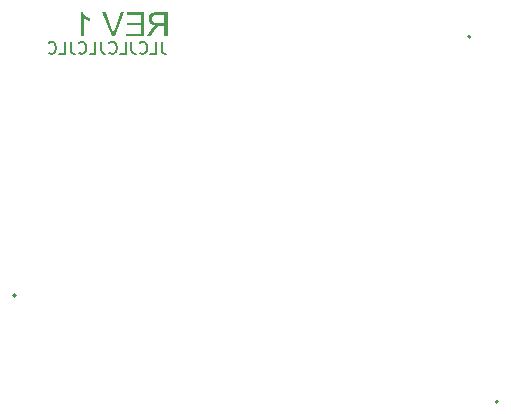
<source format=gbo>
G04 #@! TF.GenerationSoftware,KiCad,Pcbnew,7.0.1*
G04 #@! TF.CreationDate,2023-10-11T20:36:53-05:00*
G04 #@! TF.ProjectId,Main_Board,4d61696e-5f42-46f6-9172-642e6b696361,1*
G04 #@! TF.SameCoordinates,Original*
G04 #@! TF.FileFunction,Legend,Bot*
G04 #@! TF.FilePolarity,Positive*
%FSLAX46Y46*%
G04 Gerber Fmt 4.6, Leading zero omitted, Abs format (unit mm)*
G04 Created by KiCad (PCBNEW 7.0.1) date 2023-10-11 20:36:53*
%MOMM*%
%LPD*%
G01*
G04 APERTURE LIST*
%ADD10C,0.150000*%
%ADD11C,0.375000*%
%ADD12C,0.200000*%
%ADD13C,3.200000*%
%ADD14C,1.300000*%
%ADD15C,2.000000*%
%ADD16C,1.000000*%
%ADD17C,1.200000*%
%ADD18R,1.500000X1.800000*%
%ADD19R,2.100000X1.800000*%
G04 APERTURE END LIST*
D10*
X203193112Y-22799306D02*
X203193112Y-23513591D01*
X203193112Y-23513591D02*
X203240731Y-23656448D01*
X203240731Y-23656448D02*
X203335969Y-23751687D01*
X203335969Y-23751687D02*
X203478826Y-23799306D01*
X203478826Y-23799306D02*
X203574064Y-23799306D01*
X202240731Y-23799306D02*
X202716921Y-23799306D01*
X202716921Y-23799306D02*
X202716921Y-22799306D01*
X201335969Y-23704067D02*
X201383588Y-23751687D01*
X201383588Y-23751687D02*
X201526445Y-23799306D01*
X201526445Y-23799306D02*
X201621683Y-23799306D01*
X201621683Y-23799306D02*
X201764540Y-23751687D01*
X201764540Y-23751687D02*
X201859778Y-23656448D01*
X201859778Y-23656448D02*
X201907397Y-23561210D01*
X201907397Y-23561210D02*
X201955016Y-23370734D01*
X201955016Y-23370734D02*
X201955016Y-23227877D01*
X201955016Y-23227877D02*
X201907397Y-23037401D01*
X201907397Y-23037401D02*
X201859778Y-22942163D01*
X201859778Y-22942163D02*
X201764540Y-22846925D01*
X201764540Y-22846925D02*
X201621683Y-22799306D01*
X201621683Y-22799306D02*
X201526445Y-22799306D01*
X201526445Y-22799306D02*
X201383588Y-22846925D01*
X201383588Y-22846925D02*
X201335969Y-22894544D01*
X200621683Y-22799306D02*
X200621683Y-23513591D01*
X200621683Y-23513591D02*
X200669302Y-23656448D01*
X200669302Y-23656448D02*
X200764540Y-23751687D01*
X200764540Y-23751687D02*
X200907397Y-23799306D01*
X200907397Y-23799306D02*
X201002635Y-23799306D01*
X199669302Y-23799306D02*
X200145492Y-23799306D01*
X200145492Y-23799306D02*
X200145492Y-22799306D01*
X198764540Y-23704067D02*
X198812159Y-23751687D01*
X198812159Y-23751687D02*
X198955016Y-23799306D01*
X198955016Y-23799306D02*
X199050254Y-23799306D01*
X199050254Y-23799306D02*
X199193111Y-23751687D01*
X199193111Y-23751687D02*
X199288349Y-23656448D01*
X199288349Y-23656448D02*
X199335968Y-23561210D01*
X199335968Y-23561210D02*
X199383587Y-23370734D01*
X199383587Y-23370734D02*
X199383587Y-23227877D01*
X199383587Y-23227877D02*
X199335968Y-23037401D01*
X199335968Y-23037401D02*
X199288349Y-22942163D01*
X199288349Y-22942163D02*
X199193111Y-22846925D01*
X199193111Y-22846925D02*
X199050254Y-22799306D01*
X199050254Y-22799306D02*
X198955016Y-22799306D01*
X198955016Y-22799306D02*
X198812159Y-22846925D01*
X198812159Y-22846925D02*
X198764540Y-22894544D01*
X198050254Y-22799306D02*
X198050254Y-23513591D01*
X198050254Y-23513591D02*
X198097873Y-23656448D01*
X198097873Y-23656448D02*
X198193111Y-23751687D01*
X198193111Y-23751687D02*
X198335968Y-23799306D01*
X198335968Y-23799306D02*
X198431206Y-23799306D01*
X197097873Y-23799306D02*
X197574063Y-23799306D01*
X197574063Y-23799306D02*
X197574063Y-22799306D01*
X196193111Y-23704067D02*
X196240730Y-23751687D01*
X196240730Y-23751687D02*
X196383587Y-23799306D01*
X196383587Y-23799306D02*
X196478825Y-23799306D01*
X196478825Y-23799306D02*
X196621682Y-23751687D01*
X196621682Y-23751687D02*
X196716920Y-23656448D01*
X196716920Y-23656448D02*
X196764539Y-23561210D01*
X196764539Y-23561210D02*
X196812158Y-23370734D01*
X196812158Y-23370734D02*
X196812158Y-23227877D01*
X196812158Y-23227877D02*
X196764539Y-23037401D01*
X196764539Y-23037401D02*
X196716920Y-22942163D01*
X196716920Y-22942163D02*
X196621682Y-22846925D01*
X196621682Y-22846925D02*
X196478825Y-22799306D01*
X196478825Y-22799306D02*
X196383587Y-22799306D01*
X196383587Y-22799306D02*
X196240730Y-22846925D01*
X196240730Y-22846925D02*
X196193111Y-22894544D01*
X195478825Y-22799306D02*
X195478825Y-23513591D01*
X195478825Y-23513591D02*
X195526444Y-23656448D01*
X195526444Y-23656448D02*
X195621682Y-23751687D01*
X195621682Y-23751687D02*
X195764539Y-23799306D01*
X195764539Y-23799306D02*
X195859777Y-23799306D01*
X194526444Y-23799306D02*
X195002634Y-23799306D01*
X195002634Y-23799306D02*
X195002634Y-22799306D01*
X193621682Y-23704067D02*
X193669301Y-23751687D01*
X193669301Y-23751687D02*
X193812158Y-23799306D01*
X193812158Y-23799306D02*
X193907396Y-23799306D01*
X193907396Y-23799306D02*
X194050253Y-23751687D01*
X194050253Y-23751687D02*
X194145491Y-23656448D01*
X194145491Y-23656448D02*
X194193110Y-23561210D01*
X194193110Y-23561210D02*
X194240729Y-23370734D01*
X194240729Y-23370734D02*
X194240729Y-23227877D01*
X194240729Y-23227877D02*
X194193110Y-23037401D01*
X194193110Y-23037401D02*
X194145491Y-22942163D01*
X194145491Y-22942163D02*
X194050253Y-22846925D01*
X194050253Y-22846925D02*
X193907396Y-22799306D01*
X193907396Y-22799306D02*
X193812158Y-22799306D01*
X193812158Y-22799306D02*
X193669301Y-22846925D01*
X193669301Y-22846925D02*
X193621682Y-22894544D01*
D11*
G36*
X203695637Y-22331687D02*
G01*
X203429413Y-22331687D01*
X203429413Y-21432873D01*
X203120201Y-21432873D01*
X203101382Y-21432959D01*
X203077866Y-21433340D01*
X203056152Y-21434027D01*
X203036238Y-21435019D01*
X203013879Y-21436689D01*
X202994335Y-21438836D01*
X202971702Y-21442643D01*
X202963957Y-21444627D01*
X202944677Y-21450390D01*
X202925517Y-21457297D01*
X202906476Y-21465349D01*
X202887554Y-21474547D01*
X202868752Y-21484889D01*
X202850069Y-21496376D01*
X202834918Y-21506932D01*
X202819264Y-21519304D01*
X202803105Y-21533493D01*
X202786443Y-21549499D01*
X202769278Y-21567321D01*
X202756073Y-21581880D01*
X202742585Y-21597460D01*
X202728813Y-21614062D01*
X202714758Y-21631687D01*
X202700201Y-21650573D01*
X202684922Y-21670962D01*
X202668923Y-21692854D01*
X202652202Y-21716248D01*
X202640653Y-21732679D01*
X202628785Y-21749778D01*
X202616595Y-21767545D01*
X202604086Y-21785979D01*
X202591255Y-21805082D01*
X202578104Y-21824852D01*
X202564633Y-21845290D01*
X202550841Y-21866396D01*
X202536728Y-21888170D01*
X202522295Y-21910612D01*
X202256070Y-22331687D01*
X201920480Y-22331687D01*
X202271213Y-21781163D01*
X202284269Y-21761221D01*
X202297424Y-21741695D01*
X202310677Y-21722585D01*
X202324031Y-21703891D01*
X202337483Y-21685613D01*
X202351035Y-21667750D01*
X202364686Y-21650304D01*
X202378436Y-21633274D01*
X202392285Y-21616660D01*
X202406234Y-21600462D01*
X202420281Y-21584679D01*
X202434428Y-21569313D01*
X202448675Y-21554363D01*
X202463020Y-21539828D01*
X202477465Y-21525710D01*
X202492009Y-21512008D01*
X202502801Y-21502740D01*
X202518566Y-21490329D01*
X202535903Y-21477857D01*
X202554813Y-21465325D01*
X202575295Y-21452731D01*
X202597349Y-21440076D01*
X202614922Y-21430545D01*
X202633379Y-21420979D01*
X202652721Y-21411379D01*
X202617101Y-21405890D01*
X202582661Y-21399557D01*
X202549400Y-21392380D01*
X202517318Y-21384360D01*
X202486416Y-21375497D01*
X202456693Y-21365790D01*
X202428149Y-21355240D01*
X202400784Y-21343846D01*
X202374599Y-21331609D01*
X202349592Y-21318529D01*
X202325765Y-21304605D01*
X202303117Y-21289838D01*
X202281649Y-21274228D01*
X202261360Y-21257774D01*
X202242249Y-21240476D01*
X202224319Y-21222335D01*
X202207519Y-21203445D01*
X202191804Y-21184020D01*
X202177172Y-21164061D01*
X202163624Y-21143567D01*
X202151160Y-21122539D01*
X202139780Y-21100977D01*
X202129484Y-21078881D01*
X202120271Y-21056250D01*
X202112142Y-21033085D01*
X202105098Y-21009386D01*
X202099136Y-20985153D01*
X202094259Y-20960385D01*
X202090466Y-20935083D01*
X202087756Y-20909247D01*
X202086131Y-20882876D01*
X202085668Y-20859879D01*
X202360118Y-20859879D01*
X202360957Y-20884563D01*
X202363476Y-20908789D01*
X202367674Y-20932557D01*
X202373551Y-20955867D01*
X202381107Y-20978719D01*
X202390343Y-21001113D01*
X202401257Y-21023049D01*
X202413851Y-21044527D01*
X202420760Y-21054911D01*
X202435736Y-21074603D01*
X202452252Y-21092860D01*
X202470311Y-21109682D01*
X202489912Y-21125070D01*
X202511054Y-21139022D01*
X202533738Y-21151539D01*
X202551763Y-21159986D01*
X202570655Y-21167625D01*
X202577175Y-21169999D01*
X202597667Y-21176670D01*
X202619558Y-21182662D01*
X202642850Y-21187975D01*
X202667541Y-21192611D01*
X202693631Y-21196568D01*
X202721121Y-21199847D01*
X202750011Y-21202447D01*
X202770049Y-21203804D01*
X202790708Y-21204859D01*
X202811990Y-21205612D01*
X202833893Y-21206065D01*
X202856419Y-21206215D01*
X203429413Y-21206215D01*
X203429413Y-20526243D01*
X202791939Y-20526243D01*
X202764383Y-20526612D01*
X202737770Y-20527716D01*
X202712100Y-20529558D01*
X202687372Y-20532136D01*
X202663587Y-20535450D01*
X202640745Y-20539501D01*
X202618845Y-20544289D01*
X202597888Y-20549813D01*
X202577873Y-20556073D01*
X202558802Y-20563071D01*
X202531961Y-20574947D01*
X202507241Y-20588481D01*
X202484643Y-20603673D01*
X202464165Y-20620521D01*
X202451566Y-20632447D01*
X202434190Y-20651094D01*
X202418644Y-20670652D01*
X202404927Y-20691120D01*
X202393039Y-20712498D01*
X202382980Y-20734786D01*
X202374749Y-20757984D01*
X202368348Y-20782093D01*
X202363776Y-20807111D01*
X202361032Y-20833040D01*
X202360118Y-20859879D01*
X202085668Y-20859879D01*
X202085589Y-20855971D01*
X202085917Y-20835079D01*
X202086901Y-20814412D01*
X202088542Y-20793970D01*
X202090840Y-20773753D01*
X202093794Y-20753761D01*
X202097404Y-20733995D01*
X202101670Y-20714453D01*
X202106594Y-20695137D01*
X202112173Y-20676046D01*
X202118409Y-20657180D01*
X202125301Y-20638540D01*
X202132850Y-20620124D01*
X202141055Y-20601934D01*
X202149916Y-20583969D01*
X202159434Y-20566229D01*
X202169608Y-20548714D01*
X202174884Y-20540095D01*
X202185768Y-20523353D01*
X202197095Y-20507271D01*
X202214915Y-20484386D01*
X202233731Y-20462987D01*
X202253544Y-20443073D01*
X202274352Y-20424645D01*
X202296156Y-20407702D01*
X202318957Y-20392244D01*
X202342753Y-20378272D01*
X202367546Y-20365786D01*
X202393335Y-20354785D01*
X202411363Y-20348101D01*
X202430398Y-20341848D01*
X202450442Y-20336026D01*
X202471492Y-20330635D01*
X202493551Y-20325676D01*
X202516616Y-20321148D01*
X202540689Y-20317051D01*
X202565770Y-20313386D01*
X202591858Y-20310151D01*
X202618954Y-20307348D01*
X202647057Y-20304977D01*
X202676168Y-20303036D01*
X202706286Y-20301527D01*
X202737412Y-20300448D01*
X202769545Y-20299802D01*
X202802686Y-20299586D01*
X203695637Y-20299586D01*
X203695637Y-22331687D01*
G37*
G36*
X201673795Y-22331687D02*
G01*
X201673795Y-20299586D01*
X200217619Y-20299586D01*
X200217619Y-20534059D01*
X201407570Y-20534059D01*
X201407570Y-21174952D01*
X200293335Y-21174952D01*
X200293335Y-21409426D01*
X201407570Y-21409426D01*
X201407570Y-22097213D01*
X200170725Y-22097213D01*
X200170725Y-22331687D01*
X201673795Y-22331687D01*
G37*
G36*
X199237717Y-22331687D02*
G01*
X200018317Y-20299586D01*
X199729622Y-20299586D01*
X199205965Y-21777255D01*
X199198169Y-21799394D01*
X199190532Y-21821356D01*
X199183056Y-21843144D01*
X199175740Y-21864755D01*
X199168585Y-21886191D01*
X199161590Y-21907452D01*
X199154755Y-21928537D01*
X199148080Y-21949446D01*
X199141565Y-21970180D01*
X199135211Y-21990739D01*
X199129018Y-22011122D01*
X199122984Y-22031329D01*
X199117111Y-22051361D01*
X199111398Y-22071217D01*
X199105845Y-22090897D01*
X199100453Y-22110402D01*
X199094533Y-22089581D01*
X199088500Y-22068759D01*
X199082352Y-22047937D01*
X199076089Y-22027116D01*
X199069712Y-22006294D01*
X199063221Y-21985472D01*
X199056615Y-21964651D01*
X199049894Y-21943829D01*
X199043059Y-21923007D01*
X199036110Y-21902185D01*
X199029046Y-21881364D01*
X199021867Y-21860542D01*
X199014574Y-21839720D01*
X199007167Y-21818899D01*
X198999645Y-21798077D01*
X198992009Y-21777255D01*
X198447836Y-20299586D01*
X198175749Y-20299586D01*
X198964165Y-22331687D01*
X199237717Y-22331687D01*
G37*
G36*
X196338554Y-22331687D02*
G01*
X196585728Y-22331687D01*
X196585728Y-20748016D01*
X196602979Y-20764227D01*
X196621208Y-20780439D01*
X196640417Y-20796651D01*
X196660604Y-20812862D01*
X196681770Y-20829074D01*
X196703915Y-20845286D01*
X196727039Y-20861497D01*
X196751142Y-20877709D01*
X196767754Y-20888517D01*
X196784801Y-20899324D01*
X196802284Y-20910132D01*
X196820201Y-20920940D01*
X196838220Y-20931519D01*
X196856006Y-20941762D01*
X196873559Y-20951669D01*
X196890879Y-20961240D01*
X196916423Y-20974967D01*
X196941443Y-20987939D01*
X196965939Y-21000155D01*
X196989912Y-21011615D01*
X197013361Y-21022320D01*
X197036286Y-21032269D01*
X197058687Y-21041462D01*
X197080564Y-21049900D01*
X197080564Y-20799795D01*
X197054818Y-20787547D01*
X197029479Y-20774982D01*
X197004549Y-20762100D01*
X196980028Y-20748901D01*
X196955914Y-20735386D01*
X196932210Y-20721554D01*
X196908913Y-20707405D01*
X196886025Y-20692939D01*
X196863545Y-20678157D01*
X196841473Y-20663058D01*
X196819810Y-20647642D01*
X196798555Y-20631909D01*
X196777709Y-20615860D01*
X196757271Y-20599493D01*
X196737241Y-20582810D01*
X196717619Y-20565811D01*
X196698557Y-20548685D01*
X196680204Y-20531624D01*
X196662562Y-20514628D01*
X196645629Y-20497697D01*
X196629406Y-20480831D01*
X196613892Y-20464030D01*
X196599089Y-20447294D01*
X196584995Y-20430622D01*
X196571612Y-20414016D01*
X196558938Y-20397474D01*
X196546974Y-20380997D01*
X196535719Y-20364585D01*
X196520169Y-20340089D01*
X196506216Y-20315738D01*
X196497801Y-20299586D01*
X196338554Y-20299586D01*
X196338554Y-22331687D01*
G37*
D12*
X231656822Y-53273787D02*
G75*
G03*
X231656822Y-53273787I-100000J0D01*
G01*
X229336822Y-22373787D02*
G75*
G03*
X229336822Y-22373787I-100000J0D01*
G01*
X190833622Y-44268387D02*
G75*
G03*
X190833622Y-44268387I-100000J0D01*
G01*
%LPC*%
D13*
X231536922Y-67631687D03*
X188976922Y-22212687D03*
D14*
X231406822Y-54623787D03*
X228866822Y-54623787D03*
X226326822Y-54623787D03*
D13*
X188416922Y-66801687D03*
D15*
X222500522Y-27971687D03*
X216000522Y-27971687D03*
X222500522Y-23471687D03*
X216000522Y-23471687D03*
D14*
X230236822Y-23373787D03*
X230236822Y-25373787D03*
X230236822Y-27373787D03*
X230236822Y-29373787D03*
X230236822Y-31373787D03*
X230236822Y-33373787D03*
X230236822Y-35373787D03*
X230236822Y-37373787D03*
D15*
X212316922Y-27921687D03*
X205816922Y-27921687D03*
X212316922Y-23421687D03*
X205816922Y-23421687D03*
D16*
X200519222Y-57593387D03*
D17*
X232221822Y-48563787D03*
X232221822Y-42563787D03*
D18*
X229471822Y-48763787D03*
X229471822Y-45563787D03*
D19*
X232371822Y-51263787D03*
D18*
X229471822Y-42363787D03*
D19*
X232371822Y-39863787D03*
D16*
X207428022Y-45299787D03*
X210171222Y-41743787D03*
X202348022Y-55815387D03*
X191603822Y-50455987D03*
D14*
X188733622Y-41368387D03*
X188733622Y-39368387D03*
X188733622Y-37368387D03*
X188733622Y-35368387D03*
X188733622Y-33368387D03*
X188733622Y-31368387D03*
X188733622Y-29368387D03*
X188733622Y-27368387D03*
D16*
X197395022Y-55510587D03*
X194321622Y-51649787D03*
X199757222Y-53122987D03*
X232878822Y-61301787D03*
X196633022Y-42073987D03*
X201789222Y-51446587D03*
X206259622Y-40930987D03*
X213879622Y-42962987D03*
X224534922Y-50075687D03*
M02*

</source>
